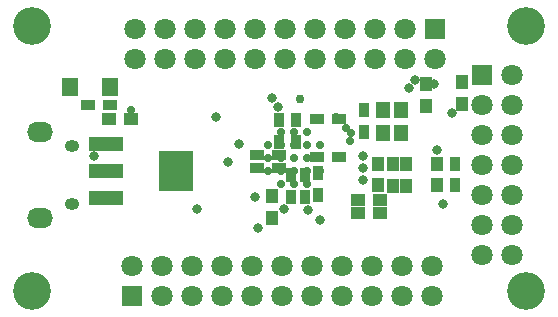
<source format=gbs>
G04*
G04 #@! TF.GenerationSoftware,Altium Limited,Altium Designer,21.6.1 (37)*
G04*
G04 Layer_Color=16711935*
%FSLAX25Y25*%
%MOIN*%
G70*
G04*
G04 #@! TF.SameCoordinates,071825C8-D767-4C1D-B5F0-F0FA3D86134F*
G04*
G04*
G04 #@! TF.FilePolarity,Negative*
G04*
G01*
G75*
%ADD36R,0.03800X0.04800*%
%ADD38C,0.12611*%
%ADD39C,0.07099*%
%ADD40R,0.07099X0.07099*%
%ADD41O,0.08674X0.06706*%
%ADD42O,0.04737X0.03950*%
%ADD43R,0.07099X0.07099*%
%ADD44C,0.02769*%
%ADD45C,0.03162*%
%ADD46C,0.03000*%
%ADD64R,0.03950X0.04800*%
%ADD65R,0.05131X0.05524*%
%ADD66R,0.04800X0.03950*%
%ADD67R,0.04800X0.03800*%
%ADD68R,0.11430X0.13792*%
%ADD69R,0.11430X0.04737*%
%ADD70R,0.05524X0.06312*%
D36*
X577500Y341300D02*
D03*
Y334000D02*
D03*
X570100Y359000D02*
D03*
Y351700D02*
D03*
X564500Y359000D02*
D03*
Y351700D02*
D03*
X573000Y333450D02*
D03*
Y340750D02*
D03*
X592700Y355100D02*
D03*
Y362400D02*
D03*
X623000Y337200D02*
D03*
Y344500D02*
D03*
X568500Y333350D02*
D03*
Y340650D02*
D03*
D38*
X646819Y302181D02*
D03*
Y390319D02*
D03*
X482181D02*
D03*
Y302181D02*
D03*
D39*
X615500Y310500D02*
D03*
Y300500D02*
D03*
X605500Y310500D02*
D03*
Y300500D02*
D03*
X595500Y310500D02*
D03*
Y300500D02*
D03*
X585500Y310500D02*
D03*
Y300500D02*
D03*
X575500Y310500D02*
D03*
Y300500D02*
D03*
X565500Y310500D02*
D03*
Y300500D02*
D03*
X555500Y310500D02*
D03*
Y300500D02*
D03*
X545500Y310500D02*
D03*
Y300500D02*
D03*
X535500Y310500D02*
D03*
Y300500D02*
D03*
X525500Y310500D02*
D03*
Y300500D02*
D03*
X515500Y310500D02*
D03*
X642000Y374000D02*
D03*
X632000Y364000D02*
D03*
X642000D02*
D03*
X632000Y354000D02*
D03*
X642000D02*
D03*
X632000Y344000D02*
D03*
X642000D02*
D03*
X632000Y334000D02*
D03*
X642000D02*
D03*
X632000Y324000D02*
D03*
X642000D02*
D03*
Y314000D02*
D03*
X632000D02*
D03*
X516500Y379500D02*
D03*
Y389500D02*
D03*
X526500Y379500D02*
D03*
Y389500D02*
D03*
X536500Y379500D02*
D03*
Y389500D02*
D03*
X546500Y379500D02*
D03*
Y389500D02*
D03*
X556500Y379500D02*
D03*
Y389500D02*
D03*
X566500Y379500D02*
D03*
Y389500D02*
D03*
X576500Y379500D02*
D03*
Y389500D02*
D03*
X586500Y379500D02*
D03*
Y389500D02*
D03*
X596500Y379500D02*
D03*
Y389500D02*
D03*
X606500Y379500D02*
D03*
Y389500D02*
D03*
X616500Y379500D02*
D03*
D40*
X515500Y300500D02*
D03*
X616500Y389500D02*
D03*
D41*
X484700Y355000D02*
D03*
Y326457D02*
D03*
D42*
X495369Y331181D02*
D03*
Y350276D02*
D03*
D43*
X632000Y374000D02*
D03*
D44*
X586616Y356399D02*
D03*
X588000Y351988D02*
D03*
X588600Y354600D02*
D03*
X573831Y337839D02*
D03*
X569500D02*
D03*
X565169D02*
D03*
X578161Y342169D02*
D03*
X573831D02*
D03*
X569500D02*
D03*
X565169D02*
D03*
X560839D02*
D03*
X578161Y346500D02*
D03*
X573831D02*
D03*
X569500D02*
D03*
X565169D02*
D03*
X560839D02*
D03*
X578161Y350831D02*
D03*
X573831D02*
D03*
X569500D02*
D03*
X565169D02*
D03*
X560839D02*
D03*
X573831Y355161D02*
D03*
X569500D02*
D03*
X565169D02*
D03*
X515000Y362500D02*
D03*
X583500Y360000D02*
D03*
D45*
X578200Y325700D02*
D03*
X592500Y347000D02*
D03*
X573949Y328951D02*
D03*
X547600Y344900D02*
D03*
X562000Y366500D02*
D03*
X607900Y369700D02*
D03*
X609900Y372200D02*
D03*
X502800Y347000D02*
D03*
X619000Y331000D02*
D03*
X622000Y361500D02*
D03*
X617000Y349000D02*
D03*
X616000Y371000D02*
D03*
X543500Y360000D02*
D03*
X592500Y339000D02*
D03*
Y343000D02*
D03*
X551000Y351000D02*
D03*
X557500Y323000D02*
D03*
X537000Y329500D02*
D03*
X556500Y333500D02*
D03*
X564000Y363500D02*
D03*
X566000Y329500D02*
D03*
X530500Y345500D02*
D03*
D46*
X571600Y365900D02*
D03*
D64*
X597500Y337200D02*
D03*
Y344500D02*
D03*
X625500Y371800D02*
D03*
Y364500D02*
D03*
X613500Y363775D02*
D03*
Y371075D02*
D03*
X562000Y333650D02*
D03*
Y326350D02*
D03*
X602300Y344450D02*
D03*
Y337150D02*
D03*
X606800Y344450D02*
D03*
Y337150D02*
D03*
X617000Y337200D02*
D03*
Y344500D02*
D03*
D65*
X605133Y362240D02*
D03*
Y354760D02*
D03*
X599227D02*
D03*
Y362240D02*
D03*
D66*
X598000Y328000D02*
D03*
X590700D02*
D03*
X598000Y332500D02*
D03*
X590700D02*
D03*
X515150Y359500D02*
D03*
X507850D02*
D03*
D67*
X584300Y346800D02*
D03*
X577000D02*
D03*
X584500Y359500D02*
D03*
X577200D02*
D03*
X557000Y347500D02*
D03*
X564300D02*
D03*
Y343000D02*
D03*
X557000D02*
D03*
X508000Y364000D02*
D03*
X500700D02*
D03*
D68*
X530000Y342000D02*
D03*
D69*
X506772Y351055D02*
D03*
Y342000D02*
D03*
Y332945D02*
D03*
D70*
X494614Y370000D02*
D03*
X508000D02*
D03*
M02*

</source>
